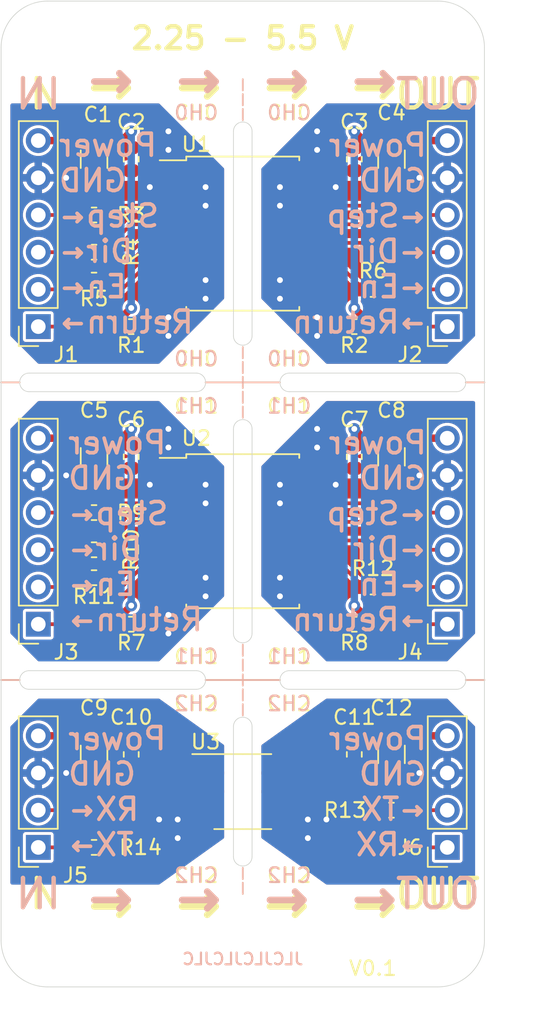
<source format=kicad_pcb>
(kicad_pcb (version 20171130) (host pcbnew "(5.1.5)-3")
  (title_block (title Isolator) (date 2020-09-23) (rev 0.1) (company SG-O) (comment 1 OSHW))
  (layers (0 F.Cu signal) (31 B.Cu signal) (34 B.Paste user) (35 F.Paste user) (36 B.SilkS user) (37 F.SilkS user) (38 B.Mask user) (39 F.Mask user) (44 Edge.Cuts user))
  (net 0 "")
  (net 1 /3.3V_0)
  (net 2 /GND_0)
  (net 3 /GND_3)
  (net 4 /3.3V_3)
  (net 5 /GND_1)
  (net 6 /3.3V_1)
  (net 7 /3.3V_4)
  (net 8 /GND_4)
  (net 9 /3.3V_2)
  (net 10 /GND_2)
  (net 11 /3.3V_5)
  (net 12 /GND_5)
  (net 13 /Ret_0)
  (net 14 /Step_0)
  (net 15 /Dir_0)
  (net 16 /En_0)
  (net 17 /Ret_2)
  (net 18 /Step_2)
  (net 19 /Dir_2)
  (net 20 /En_2)
  (net 21 /En_1)
  (net 22 /Dir_1)
  (net 23 /Step_1)
  (net 24 /Ret_1)
  (net 25 /En_3)
  (net 26 /Dir_3)
  (net 27 /Step_3)
  (net 28 /Ret_3)
  (net 29 /TX_0)
  (net 30 /RX_0)
  (net 31 /TX_1)
  (net 32 /RX_1)
  (net 33 "Net-(R1-Pad1)")
  (net 34 "Net-(R2-Pad2)")
  (net 35 "Net-(R3-Pad2)")
  (net 36 "Net-(R4-Pad2)")
  (net 37 "Net-(R5-Pad2)")
  (net 38 "Net-(R6-Pad2)")
  (net 39 "Net-(R7-Pad1)")
  (net 40 "Net-(R8-Pad2)")
  (net 41 "Net-(R9-Pad2)")
  (net 42 "Net-(R10-Pad2)")
  (net 43 "Net-(R11-Pad2)")
  (net 44 "Net-(R12-Pad2)")
  (net 45 "Net-(R13-Pad2)")
  (net 46 "Net-(R14-Pad2)")
  (module Resistor_SMD:R_0603_1608Metric (layer F.Cu) (at 146.05 71.755)
    (fp_text reference R5 (at 0 1.27) (layer F.SilkS))
    (fp_text value 0R)
    (pad 1 smd roundrect (at -0.7875 0) (size 0.875 0.95) (layers F.Cu F.Paste F.Mask) (net 14 /Step_0))
    (pad 2 smd roundrect (at 0.7875 0) (size 0.875 0.95) (layers F.Cu F.Paste F.Mask) (net 37 "Net-(R5-Pad2)"))
  )
  (module Resistor_SMD:R_1206_3216Metric (layer F.Cu) (at 146.05 63.5 270)
    (fp_text reference C1 (at -3.048 -0.254 180) (layer F.SilkS))
    (fp_text value 10u)
    (pad 1 smd roundrect (at -1.4 0 270) (size 1.25 1.75) (layers F.Cu F.Paste F.Mask) (roundrect_rratio 0.2) (net 1 /3.3V_0))
    (pad 2 smd roundrect (at 1.4 0 270) (size 1.25 1.75) (layers F.Cu F.Paste F.Mask) (roundrect_rratio 0.2) (net 2 /GND_0))
  )
  (module Capacitor_SMD:C_0603_1608Metric (layer F.Cu) (at 148.59 63.5 270)
    (fp_text reference C2 (at -2.54 0 180) (layer F.SilkS))
    (fp_text value 100n)
    (pad 2 smd roundrect (at 0.7875 0 270) (size 0.875 0.95) (layers F.Cu F.Paste F.Mask) (net 2 /GND_0))
    (pad 1 smd roundrect (at -0.7875 0 270) (size 0.875 0.95) (layers F.Cu F.Paste F.Mask) (net 1 /3.3V_0))
  )
  (module Capacitor_SMD:C_0603_1608Metric (layer F.Cu) (at 163.83 63.5 270)
    (fp_text reference C3 (at -2.54 0 180) (layer F.SilkS))
    (fp_text value 100n)
    (pad 2 smd roundrect (at 0.7875 0 270) (size 0.875 0.95) (layers F.Cu F.Paste F.Mask) (net 3 /GND_3))
    (pad 1 smd roundrect (at -0.7875 0 270) (size 0.875 0.95) (layers F.Cu F.Paste F.Mask) (net 4 /3.3V_3))
  )
  (module Resistor_SMD:R_1206_3216Metric (layer F.Cu) (at 166.37 63.5 270)
    (fp_text reference C4 (at -3.175 0 180) (layer F.SilkS))
    (fp_text value 10u)
    (pad 1 smd roundrect (at -1.4 0 270) (size 1.25 1.75) (layers F.Cu F.Paste F.Mask) (roundrect_rratio 0.2) (net 4 /3.3V_3))
    (pad 2 smd roundrect (at 1.4 0 270) (size 1.25 1.75) (layers F.Cu F.Paste F.Mask) (roundrect_rratio 0.2) (net 3 /GND_3))
  )
  (module Resistor_SMD:R_1206_3216Metric (layer F.Cu) (at 146.05 83.82 270)
    (fp_text reference C5 (at -3.175 0) (layer F.SilkS))
    (fp_text value 10u)
    (pad 2 smd roundrect (at 1.4 0 270) (size 1.25 1.75) (layers F.Cu F.Paste F.Mask) (roundrect_rratio 0.2) (net 5 /GND_1))
    (pad 1 smd roundrect (at -1.4 0 270) (size 1.25 1.75) (layers F.Cu F.Paste F.Mask) (roundrect_rratio 0.2) (net 6 /3.3V_1))
  )
  (module Capacitor_SMD:C_0603_1608Metric (layer F.Cu) (at 148.59 83.82 270)
    (fp_text reference C6 (at -2.54 0 180) (layer F.SilkS))
    (fp_text value 100n)
    (pad 1 smd roundrect (at -0.7875 0 270) (size 0.875 0.95) (layers F.Cu F.Paste F.Mask) (net 6 /3.3V_1))
    (pad 2 smd roundrect (at 0.7875 0 270) (size 0.875 0.95) (layers F.Cu F.Paste F.Mask) (net 5 /GND_1))
  )
  (module Capacitor_SMD:C_0603_1608Metric (layer F.Cu) (at 163.83 83.82 270)
    (fp_text reference C7 (at -2.54 0 180) (layer F.SilkS))
    (fp_text value 100n)
    (pad 1 smd roundrect (at -0.7875 0 270) (size 0.875 0.95) (layers F.Cu F.Paste F.Mask) (net 7 /3.3V_4))
    (pad 2 smd roundrect (at 0.7875 0 270) (size 0.875 0.95) (layers F.Cu F.Paste F.Mask) (net 8 /GND_4))
  )
  (module Resistor_SMD:R_1206_3216Metric (layer F.Cu) (at 166.37 83.82 270)
    (fp_text reference C8 (at -3.175 0 180) (layer F.SilkS))
    (fp_text value 10u)
    (pad 2 smd roundrect (at 1.4 0 270) (size 1.25 1.75) (layers F.Cu F.Paste F.Mask) (roundrect_rratio 0.2) (net 8 /GND_4))
    (pad 1 smd roundrect (at -1.4 0 270) (size 1.25 1.75) (layers F.Cu F.Paste F.Mask) (roundrect_rratio 0.2) (net 7 /3.3V_4))
  )
  (module Resistor_SMD:R_1206_3216Metric (layer F.Cu) (at 146.05 104.14 270)
    (fp_text reference C9 (at -3.175 0 180) (layer F.SilkS))
    (fp_text value 10u)
    (pad 1 smd roundrect (at -1.4 0 270) (size 1.25 1.75) (layers F.Cu F.Paste F.Mask) (roundrect_rratio 0.2) (net 9 /3.3V_2))
    (pad 2 smd roundrect (at 1.4 0 270) (size 1.25 1.75) (layers F.Cu F.Paste F.Mask) (roundrect_rratio 0.2) (net 10 /GND_2))
  )
  (module Capacitor_SMD:C_0603_1608Metric (layer F.Cu) (at 148.59 104.14 270)
    (fp_text reference C10 (at -2.54 0 180) (layer F.SilkS))
    (fp_text value 100n)
    (pad 2 smd roundrect (at 0.7875 0 270) (size 0.875 0.95) (layers F.Cu F.Paste F.Mask) (net 10 /GND_2))
    (pad 1 smd roundrect (at -0.7875 0 270) (size 0.875 0.95) (layers F.Cu F.Paste F.Mask) (net 9 /3.3V_2))
  )
  (module Capacitor_SMD:C_0603_1608Metric (layer F.Cu) (at 163.83 104.14 270)
    (fp_text reference C11 (at -2.54 0 180) (layer F.SilkS))
    (fp_text value 100n)
    (pad 1 smd roundrect (at -0.7875 0 270) (size 0.875 0.95) (layers F.Cu F.Paste F.Mask) (net 11 /3.3V_5))
    (pad 2 smd roundrect (at 0.7875 0 270) (size 0.875 0.95) (layers F.Cu F.Paste F.Mask) (net 12 /GND_5))
  )
  (module Resistor_SMD:R_1206_3216Metric (layer F.Cu) (at 166.37 104.14 270)
    (fp_text reference C12 (at -3.175 0 180) (layer F.SilkS))
    (fp_text value 10u)
    (pad 2 smd roundrect (at 1.4 0 270) (size 1.25 1.75) (layers F.Cu F.Paste F.Mask) (roundrect_rratio 0.2) (net 12 /GND_5))
    (pad 1 smd roundrect (at -1.4 0 270) (size 1.25 1.75) (layers F.Cu F.Paste F.Mask) (roundrect_rratio 0.2) (net 11 /3.3V_5))
  )
  (module Connector_PinSocket_2.54mm:PinSocket_1x06_P2.54mm_Vertical (layer F.Cu) (at 142.24 74.93 180)
    (fp_text reference J1 (at -1.905 -1.905) (layer F.SilkS))
    (fp_text value Step_0_In)
    (pad 1 thru_hole rect (at 0 0 180) (size 1.7 1.7) (drill 1) (layers *.Cu *.Mask) (net 13 /Ret_0))
    (pad 2 thru_hole oval (at 0 2.54 180) (size 1.7 1.7) (drill 1) (layers *.Cu *.Mask) (net 14 /Step_0))
    (pad 3 thru_hole oval (at 0 5.08 180) (size 1.7 1.7) (drill 1) (layers *.Cu *.Mask) (net 15 /Dir_0))
    (pad 4 thru_hole oval (at 0 7.62 180) (size 1.7 1.7) (drill 1) (layers *.Cu *.Mask) (net 16 /En_0))
    (pad 5 thru_hole oval (at 0 10.16 180) (size 1.7 1.7) (drill 1) (layers *.Cu *.Mask) (net 2 /GND_0))
    (pad 6 thru_hole oval (at 0 12.7 180) (size 1.7 1.7) (drill 1) (layers *.Cu *.Mask) (net 1 /3.3V_0))
  )
  (module Connector_PinSocket_2.54mm:PinSocket_1x06_P2.54mm_Vertical (layer F.Cu) (at 170.18 74.93 180)
    (fp_text reference J2 (at 2.54 -1.905) (layer F.SilkS))
    (fp_text value Step_0_Out)
    (pad 1 thru_hole rect (at 0 0 180) (size 1.7 1.7) (drill 1) (layers *.Cu *.Mask) (net 17 /Ret_2))
    (pad 2 thru_hole oval (at 0 2.54 180) (size 1.7 1.7) (drill 1) (layers *.Cu *.Mask) (net 18 /Step_2))
    (pad 3 thru_hole oval (at 0 5.08 180) (size 1.7 1.7) (drill 1) (layers *.Cu *.Mask) (net 19 /Dir_2))
    (pad 4 thru_hole oval (at 0 7.62 180) (size 1.7 1.7) (drill 1) (layers *.Cu *.Mask) (net 20 /En_2))
    (pad 5 thru_hole oval (at 0 10.16 180) (size 1.7 1.7) (drill 1) (layers *.Cu *.Mask) (net 3 /GND_3))
    (pad 6 thru_hole oval (at 0 12.7 180) (size 1.7 1.7) (drill 1) (layers *.Cu *.Mask) (net 4 /3.3V_3))
  )
  (module Connector_PinSocket_2.54mm:PinSocket_1x06_P2.54mm_Vertical (layer F.Cu) (at 142.24 95.25 180)
    (fp_text reference J3 (at -1.905 -1.905) (layer F.SilkS))
    (fp_text value Step_1_In)
    (pad 6 thru_hole oval (at 0 12.7 180) (size 1.7 1.7) (drill 1) (layers *.Cu *.Mask) (net 6 /3.3V_1))
    (pad 5 thru_hole oval (at 0 10.16 180) (size 1.7 1.7) (drill 1) (layers *.Cu *.Mask) (net 5 /GND_1))
    (pad 4 thru_hole oval (at 0 7.62 180) (size 1.7 1.7) (drill 1) (layers *.Cu *.Mask) (net 21 /En_1))
    (pad 3 thru_hole oval (at 0 5.08 180) (size 1.7 1.7) (drill 1) (layers *.Cu *.Mask) (net 22 /Dir_1))
    (pad 2 thru_hole oval (at 0 2.54 180) (size 1.7 1.7) (drill 1) (layers *.Cu *.Mask) (net 23 /Step_1))
    (pad 1 thru_hole rect (at 0 0 180) (size 1.7 1.7) (drill 1) (layers *.Cu *.Mask) (net 24 /Ret_1))
  )
  (module Connector_PinSocket_2.54mm:PinSocket_1x06_P2.54mm_Vertical (layer F.Cu) (at 170.18 95.25 180)
    (fp_text reference J4 (at 2.54 -1.905) (layer F.SilkS))
    (fp_text value Step_1_Out)
    (pad 6 thru_hole oval (at 0 12.7 180) (size 1.7 1.7) (drill 1) (layers *.Cu *.Mask) (net 7 /3.3V_4))
    (pad 5 thru_hole oval (at 0 10.16 180) (size 1.7 1.7) (drill 1) (layers *.Cu *.Mask) (net 8 /GND_4))
    (pad 4 thru_hole oval (at 0 7.62 180) (size 1.7 1.7) (drill 1) (layers *.Cu *.Mask) (net 25 /En_3))
    (pad 3 thru_hole oval (at 0 5.08 180) (size 1.7 1.7) (drill 1) (layers *.Cu *.Mask) (net 26 /Dir_3))
    (pad 2 thru_hole oval (at 0 2.54 180) (size 1.7 1.7) (drill 1) (layers *.Cu *.Mask) (net 27 /Step_3))
    (pad 1 thru_hole rect (at 0 0 180) (size 1.7 1.7) (drill 1) (layers *.Cu *.Mask) (net 28 /Ret_3))
  )
  (module Connector_PinSocket_2.54mm:PinSocket_1x04_P2.54mm_Vertical (layer F.Cu) (at 142.24 110.49 180)
    (fp_text reference J5 (at -2.54 -1.905) (layer F.SilkS))
    (fp_text value UART_In)
    (pad 4 thru_hole oval (at 0 7.62 180) (size 1.7 1.7) (drill 1) (layers *.Cu *.Mask) (net 9 /3.3V_2))
    (pad 3 thru_hole oval (at 0 5.08 180) (size 1.7 1.7) (drill 1) (layers *.Cu *.Mask) (net 10 /GND_2))
    (pad 2 thru_hole oval (at 0 2.54 180) (size 1.7 1.7) (drill 1) (layers *.Cu *.Mask) (net 29 /TX_0))
    (pad 1 thru_hole rect (at 0 0 180) (size 1.7 1.7) (drill 1) (layers *.Cu *.Mask) (net 30 /RX_0))
  )
  (module Connector_PinSocket_2.54mm:PinSocket_1x04_P2.54mm_Vertical (layer F.Cu) (at 170.18 110.49 180)
    (fp_text reference J6 (at 2.54 0) (layer F.SilkS))
    (fp_text value UART_Out)
    (pad 1 thru_hole rect (at 0 0 180) (size 1.7 1.7) (drill 1) (layers *.Cu *.Mask) (net 31 /TX_1))
    (pad 2 thru_hole oval (at 0 2.54 180) (size 1.7 1.7) (drill 1) (layers *.Cu *.Mask) (net 32 /RX_1))
    (pad 3 thru_hole oval (at 0 5.08 180) (size 1.7 1.7) (drill 1) (layers *.Cu *.Mask) (net 12 /GND_5))
    (pad 4 thru_hole oval (at 0 7.62 180) (size 1.7 1.7) (drill 1) (layers *.Cu *.Mask) (net 11 /3.3V_5))
  )
  (module Resistor_SMD:R_0603_1608Metric (layer F.Cu) (at 148.59 74.93 180)
    (fp_text reference R1 (at 0 -1.27) (layer F.SilkS))
    (fp_text value 4.7k)
    (pad 2 smd roundrect (at 0.7875 0 180) (size 0.875 0.95) (layers F.Cu F.Paste F.Mask) (net 1 /3.3V_0))
    (pad 1 smd roundrect (at -0.7875 0 180) (size 0.875 0.95) (layers F.Cu F.Paste F.Mask) (net 33 "Net-(R1-Pad1)"))
  )
  (module Resistor_SMD:R_0603_1608Metric (layer F.Cu) (at 163.83 74.93 180)
    (fp_text reference R2 (at 0 -1.27) (layer F.SilkS))
    (fp_text value 4.7k)
    (pad 1 smd roundrect (at -0.7875 0 180) (size 0.875 0.95) (layers F.Cu F.Paste F.Mask) (net 4 /3.3V_3))
    (pad 2 smd roundrect (at 0.7875 0 180) (size 0.875 0.95) (layers F.Cu F.Paste F.Mask) (net 34 "Net-(R2-Pad2)"))
  )
  (module Resistor_SMD:R_0603_1608Metric (layer F.Cu) (at 146.05 67.31)
    (fp_text reference R3 (at 2.54 0) (layer F.SilkS))
    (fp_text value 0R)
    (pad 2 smd roundrect (at 0.7875 0) (size 0.875 0.95) (layers F.Cu F.Paste F.Mask) (net 35 "Net-(R3-Pad2)"))
    (pad 1 smd roundrect (at -0.7875 0) (size 0.875 0.95) (layers F.Cu F.Paste F.Mask) (net 16 /En_0))
  )
  (module Resistor_SMD:R_0603_1608Metric (layer F.Cu) (at 146.05 69.85)
    (fp_text reference R4 (at 2.54 0 90) (layer F.SilkS))
    (fp_text value 0R)
    (pad 2 smd roundrect (at 0.7875 0) (size 0.875 0.95) (layers F.Cu F.Paste F.Mask) (net 36 "Net-(R4-Pad2)"))
    (pad 1 smd roundrect (at -0.7875 0) (size 0.875 0.95) (layers F.Cu F.Paste F.Mask) (net 15 /Dir_0))
  )
  (module Resistor_SMD:R_0603_1608Metric (layer F.Cu) (at 165.1 72.39 180)
    (fp_text reference R6 (at 0 1.27) (layer F.SilkS))
    (fp_text value 0R)
    (pad 1 smd roundrect (at -0.7875 0 180) (size 0.875 0.95) (layers F.Cu F.Paste F.Mask) (net 17 /Ret_2))
    (pad 2 smd roundrect (at 0.7875 0 180) (size 0.875 0.95) (layers F.Cu F.Paste F.Mask) (net 38 "Net-(R6-Pad2)"))
  )
  (module Resistor_SMD:R_0603_1608Metric (layer F.Cu) (at 148.59 95.25 180)
    (fp_text reference R7 (at 0 -1.27) (layer F.SilkS))
    (fp_text value 4.7k)
    (pad 2 smd roundrect (at 0.7875 0 180) (size 0.875 0.95) (layers F.Cu F.Paste F.Mask) (net 6 /3.3V_1))
    (pad 1 smd roundrect (at -0.7875 0 180) (size 0.875 0.95) (layers F.Cu F.Paste F.Mask) (net 39 "Net-(R7-Pad1)"))
  )
  (module Resistor_SMD:R_0603_1608Metric (layer F.Cu) (at 163.83 95.25 180)
    (fp_text reference R8 (at 0 -1.27) (layer F.SilkS))
    (fp_text value 4.7k)
    (pad 1 smd roundrect (at -0.7875 0 180) (size 0.875 0.95) (layers F.Cu F.Paste F.Mask) (net 7 /3.3V_4))
    (pad 2 smd roundrect (at 0.7875 0 180) (size 0.875 0.95) (layers F.Cu F.Paste F.Mask) (net 40 "Net-(R8-Pad2)"))
  )
  (module Resistor_SMD:R_0603_1608Metric (layer F.Cu) (at 146.05 87.63)
    (fp_text reference R9 (at 2.54 0) (layer F.SilkS))
    (fp_text value 0R)
    (pad 1 smd roundrect (at -0.7875 0) (size 0.875 0.95) (layers F.Cu F.Paste F.Mask) (net 21 /En_1))
    (pad 2 smd roundrect (at 0.7875 0) (size 0.875 0.95) (layers F.Cu F.Paste F.Mask) (net 41 "Net-(R9-Pad2)"))
  )
  (module Resistor_SMD:R_0603_1608Metric (layer F.Cu) (at 146.05 90.17)
    (fp_text reference R10 (at 2.54 0 90) (layer F.SilkS))
    (fp_text value 0R)
    (pad 2 smd roundrect (at 0.7875 0) (size 0.875 0.95) (layers F.Cu F.Paste F.Mask) (net 42 "Net-(R10-Pad2)"))
    (pad 1 smd roundrect (at -0.7875 0) (size 0.875 0.95) (layers F.Cu F.Paste F.Mask) (net 22 /Dir_1))
  )
  (module Resistor_SMD:R_0603_1608Metric (layer F.Cu) (at 146.05 92.075)
    (fp_text reference R11 (at 0 1.27) (layer F.SilkS))
    (fp_text value 0R)
    (pad 1 smd roundrect (at -0.7875 0) (size 0.875 0.95) (layers F.Cu F.Paste F.Mask) (net 23 /Step_1))
    (pad 2 smd roundrect (at 0.7875 0) (size 0.875 0.95) (layers F.Cu F.Paste F.Mask) (net 43 "Net-(R11-Pad2)"))
  )
  (module Resistor_SMD:R_0603_1608Metric (layer F.Cu) (at 165.1 92.71 180)
    (fp_text reference R12 (at 0 1.27) (layer F.SilkS))
    (fp_text value 0R)
    (pad 2 smd roundrect (at 0.7875 0 180) (size 0.875 0.95) (layers F.Cu F.Paste F.Mask) (net 44 "Net-(R12-Pad2)"))
    (pad 1 smd roundrect (at -0.7875 0 180) (size 0.875 0.95) (layers F.Cu F.Paste F.Mask) (net 28 /Ret_3))
  )
  (module Resistor_SMD:R_0603_1608Metric (layer F.Cu) (at 166.37 107.95 180)
    (fp_text reference R13 (at 3.175 0) (layer F.SilkS))
    (fp_text value 0R)
    (pad 1 smd roundrect (at -0.7875 0 180) (size 0.875 0.95) (layers F.Cu F.Paste F.Mask) (net 32 /RX_1))
    (pad 2 smd roundrect (at 0.7875 0 180) (size 0.875 0.95) (layers F.Cu F.Paste F.Mask) (net 45 "Net-(R13-Pad2)"))
  )
  (module Resistor_SMD:R_0603_1608Metric (layer F.Cu) (at 146.05 110.49)
    (fp_text reference R14 (at 3.175 0) (layer F.SilkS))
    (fp_text value 0R)
    (pad 2 smd roundrect (at 0.7875 0) (size 0.875 0.95) (layers F.Cu F.Paste F.Mask) (net 46 "Net-(R14-Pad2)"))
    (pad 1 smd roundrect (at -0.7875 0) (size 0.875 0.95) (layers F.Cu F.Paste F.Mask) (net 30 /RX_0))
  )
  (module Package_SO:SOIC-16W_7.5x10.3mm_P1.27mm (layer F.Cu) (at 156.21 68.58)
    (fp_text reference U1 (at -3.175 -6.1) (layer F.SilkS))
    (fp_text value ISO6741)
    (pad 1 smd roundrect (at -4.65 -4.445) (size 2.05 0.6) (layers F.Cu F.Paste F.Mask) (net 1 /3.3V_0))
    (pad 2 smd roundrect (at -4.65 -3.175) (size 2.05 0.6) (layers F.Cu F.Paste F.Mask) (net 2 /GND_0))
    (pad 3 smd roundrect (at -4.65 -1.905) (size 2.05 0.6) (layers F.Cu F.Paste F.Mask) (net 35 "Net-(R3-Pad2)"))
    (pad 4 smd roundrect (at -4.65 -0.635) (size 2.05 0.6) (layers F.Cu F.Paste F.Mask) (net 36 "Net-(R4-Pad2)"))
    (pad 5 smd roundrect (at -4.65 0.635) (size 2.05 0.6) (layers F.Cu F.Paste F.Mask) (net 37 "Net-(R5-Pad2)"))
    (pad 6 smd roundrect (at -4.65 1.905) (size 2.05 0.6) (layers F.Cu F.Paste F.Mask) (net 13 /Ret_0))
    (pad 7 smd roundrect (at -4.65 3.175) (size 2.05 0.6) (layers F.Cu F.Paste F.Mask) (net 33 "Net-(R1-Pad1)"))
    (pad 8 smd roundrect (at -4.65 4.445) (size 2.05 0.6) (layers F.Cu F.Paste F.Mask) (net 2 /GND_0))
    (pad 9 smd roundrect (at 4.65 4.445) (size 2.05 0.6) (layers F.Cu F.Paste F.Mask) (net 3 /GND_3))
    (pad 10 smd roundrect (at 4.65 3.175) (size 2.05 0.6) (layers F.Cu F.Paste F.Mask) (net 34 "Net-(R2-Pad2)"))
    (pad 11 smd roundrect (at 4.65 1.905) (size 2.05 0.6) (layers F.Cu F.Paste F.Mask) (net 38 "Net-(R6-Pad2)"))
    (pad 12 smd roundrect (at 4.65 0.635) (size 2.05 0.6) (layers F.Cu F.Paste F.Mask) (net 18 /Step_2))
    (pad 13 smd roundrect (at 4.65 -0.635) (size 2.05 0.6) (layers F.Cu F.Paste F.Mask) (net 19 /Dir_2))
    (pad 14 smd roundrect (at 4.65 -1.905) (size 2.05 0.6) (layers F.Cu F.Paste F.Mask) (net 20 /En_2))
    (pad 15 smd roundrect (at 4.65 -3.175) (size 2.05 0.6) (layers F.Cu F.Paste F.Mask) (net 3 /GND_3))
    (pad 16 smd roundrect (at 4.65 -4.445) (size 2.05 0.6) (layers F.Cu F.Paste F.Mask) (net 4 /3.3V_3))
  )
  (module Package_SO:SOIC-16W_7.5x10.3mm_P1.27mm (layer F.Cu) (at 156.21 88.9)
    (fp_text reference U2 (at -3.175 -6.35) (layer F.SilkS))
    (fp_text value ISO6741)
    (pad 16 smd roundrect (at 4.65 -4.445) (size 2.05 0.6) (layers F.Cu F.Paste F.Mask) (net 7 /3.3V_4))
    (pad 15 smd roundrect (at 4.65 -3.175) (size 2.05 0.6) (layers F.Cu F.Paste F.Mask) (net 8 /GND_4))
    (pad 14 smd roundrect (at 4.65 -1.905) (size 2.05 0.6) (layers F.Cu F.Paste F.Mask) (net 25 /En_3))
    (pad 13 smd roundrect (at 4.65 -0.635) (size 2.05 0.6) (layers F.Cu F.Paste F.Mask) (net 26 /Dir_3))
    (pad 12 smd roundrect (at 4.65 0.635) (size 2.05 0.6) (layers F.Cu F.Paste F.Mask) (net 27 /Step_3))
    (pad 11 smd roundrect (at 4.65 1.905) (size 2.05 0.6) (layers F.Cu F.Paste F.Mask) (net 44 "Net-(R12-Pad2)"))
    (pad 10 smd roundrect (at 4.65 3.175) (size 2.05 0.6) (layers F.Cu F.Paste F.Mask) (net 40 "Net-(R8-Pad2)"))
    (pad 9 smd roundrect (at 4.65 4.445) (size 2.05 0.6) (layers F.Cu F.Paste F.Mask) (net 8 /GND_4))
    (pad 8 smd roundrect (at -4.65 4.445) (size 2.05 0.6) (layers F.Cu F.Paste F.Mask) (net 5 /GND_1))
    (pad 7 smd roundrect (at -4.65 3.175) (size 2.05 0.6) (layers F.Cu F.Paste F.Mask) (net 39 "Net-(R7-Pad1)"))
    (pad 6 smd roundrect (at -4.65 1.905) (size 2.05 0.6) (layers F.Cu F.Paste F.Mask) (net 24 /Ret_1))
    (pad 5 smd roundrect (at -4.65 0.635) (size 2.05 0.6) (layers F.Cu F.Paste F.Mask) (net 43 "Net-(R11-Pad2)"))
    (pad 4 smd roundrect (at -4.65 -0.635) (size 2.05 0.6) (layers F.Cu F.Paste F.Mask) (net 42 "Net-(R10-Pad2)"))
    (pad 3 smd roundrect (at -4.65 -1.905) (size 2.05 0.6) (layers F.Cu F.Paste F.Mask) (net 41 "Net-(R9-Pad2)"))
    (pad 2 smd roundrect (at -4.65 -3.175) (size 2.05 0.6) (layers F.Cu F.Paste F.Mask) (net 5 /GND_1))
    (pad 1 smd roundrect (at -4.65 -4.445) (size 2.05 0.6) (layers F.Cu F.Paste F.Mask) (net 6 /3.3V_1))
  )
  (module Package_SO:SOIC-8_3.9x4.9mm_P1.27mm (layer F.Cu) (at 156.21 106.68)
    (fp_text reference U3 (at -2.54 -3.4) (layer F.SilkS))
    (fp_text value ISO6721)
    (pad 1 smd roundrect (at -2.475 -1.905) (size 1.95 0.6) (layers F.Cu F.Paste F.Mask) (net 9 /3.3V_2))
    (pad 2 smd roundrect (at -2.475 -0.635) (size 1.95 0.6) (layers F.Cu F.Paste F.Mask) (net 29 /TX_0))
    (pad 3 smd roundrect (at -2.475 0.635) (size 1.95 0.6) (layers F.Cu F.Paste F.Mask) (net 46 "Net-(R14-Pad2)"))
    (pad 4 smd roundrect (at -2.475 1.905) (size 1.95 0.6) (layers F.Cu F.Paste F.Mask) (net 10 /GND_2))
    (pad 5 smd roundrect (at 2.475 1.905) (size 1.95 0.6) (layers F.Cu F.Paste F.Mask) (net 12 /GND_5))
    (pad 6 smd roundrect (at 2.475 0.635) (size 1.95 0.6) (layers F.Cu F.Paste F.Mask) (net 31 /TX_1))
    (pad 7 smd roundrect (at 2.475 -0.635) (size 1.95 0.6) (layers F.Cu F.Paste F.Mask) (net 45 "Net-(R13-Pad2)"))
    (pad 8 smd roundrect (at 2.475 -1.905) (size 1.95 0.6) (layers F.Cu F.Paste F.Mask) (net 11 /3.3V_5))
  )
  (gr_text "2.25 - 5.5 V" (at 156.21 55.245) (layer F.SilkS) (effects (font (size 1.5 1.5) (thickness 0.3))))
  (gr_text JLCJLCJLCJLC (at 156.21 118.11) (layer B.SilkS) (effects (font (size 0.8 0.8)) (justify mirror)))
  (gr_line (start 171.45 99.06) (end 172.72 99.06) (layer B.SilkS) (width 0.12))
  (gr_line (start 158.75 99.06) (end 153.67 99.06) (layer B.SilkS) (width 0.12))
  (gr_line (start 140.97 99.06) (end 139.7 99.06) (layer B.SilkS) (width 0.12))
  (gr_line (start 171.45 78.74) (end 172.72 78.74) (layer B.SilkS) (width 0.12))
  (gr_line (start 140.97 78.74) (end 139.7 78.74) (layer B.SilkS) (width 0.12))
  (gr_line (start 153.67 78.74) (end 158.75 78.74) (layer B.SilkS) (width 0.12))
  (gr_line (start 156.21 111.887) (end 156.21 112.649) (layer B.SilkS) (width 0.12))
  (gr_line (start 156.21 112.903) (end 156.21 113.665) (layer B.SilkS) (width 0.12))
  (gr_line (start 156.21 99.441) (end 156.21 98.679) (layer B.SilkS) (width 0.12))
  (gr_line (start 156.21 97.409) (end 156.21 96.647) (layer B.SilkS) (width 0.12))
  (gr_line (start 156.21 101.473) (end 156.21 100.711) (layer B.SilkS) (width 0.12))
  (gr_line (start 156.21 98.425) (end 156.21 97.663) (layer B.SilkS) (width 0.12))
  (gr_line (start 156.21 100.457) (end 156.21 99.695) (layer B.SilkS) (width 0.12))
  (gr_line (start 156.21 78.359) (end 156.21 79.121) (layer B.SilkS) (width 0.12))
  (gr_line (start 156.21 80.391) (end 156.21 81.153) (layer B.SilkS) (width 0.12))
  (gr_line (start 156.21 76.327) (end 156.21 77.089) (layer B.SilkS) (width 0.12))
  (gr_line (start 156.21 79.375) (end 156.21 80.137) (layer B.SilkS) (width 0.12))
  (gr_line (start 156.21 77.343) (end 156.21 78.105) (layer B.SilkS) (width 0.12))
  (gr_line (start 156.21 58.039) (end 156.21 58.801) (layer B.SilkS) (width 0.12))
  (gr_line (start 156.21 60.071) (end 156.21 60.833) (layer B.SilkS) (width 0.12))
  (gr_line (start 156.21 59.055) (end 156.21 59.817) (layer B.SilkS) (width 0.12))
  (gr_line (start 156.21 111.887) (end 156.21 112.649) (layer F.SilkS) (width 0.12))
  (gr_line (start 156.21 112.903) (end 156.21 113.665) (layer F.SilkS) (width 0.12))
  (gr_line (start 156.21 60.071) (end 156.21 60.833) (layer F.SilkS) (width 0.12))
  (gr_line (start 156.21 58.039) (end 156.21 58.801) (layer F.SilkS) (width 0.12))
  (gr_line (start 156.21 59.055) (end 156.21 59.817) (layer F.SilkS) (width 0.12))
  (gr_line (start 156.21 98.679) (end 156.21 99.441) (layer F.SilkS) (width 0.12))
  (gr_line (start 156.21 100.711) (end 156.21 101.473) (layer F.SilkS) (width 0.12))
  (gr_line (start 156.21 96.647) (end 156.21 97.409) (layer F.SilkS) (width 0.12))
  (gr_line (start 156.21 99.695) (end 156.21 100.457) (layer F.SilkS) (width 0.12))
  (gr_line (start 156.21 97.663) (end 156.21 98.425) (layer F.SilkS) (width 0.12))
  (gr_line (start 156.21 80.391) (end 156.21 81.153) (layer F.SilkS) (width 0.12))
  (gr_line (start 156.21 79.375) (end 156.21 80.137) (layer F.SilkS) (width 0.12))
  (gr_line (start 156.21 77.343) (end 156.21 78.105) (layer F.SilkS) (width 0.12))
  (gr_line (start 156.21 76.327) (end 156.21 77.089) (layer F.SilkS) (width 0.12))
  (gr_line (start 156.21 78.359) (end 156.21 79.121) (layer F.SilkS) (width 0.12))
  (gr_text CH0 (at 159.385 60.325) (layer F.SilkS) (effects (font (size 1 1))))
  (gr_text CH0 (at 159.385 60.325) (layer B.SilkS) (effects (font (size 1 1)) (justify mirror)))
  (gr_text CH2 (at 159.385 112.395) (layer F.SilkS) (effects (font (size 1 1))))
  (gr_text CH2 (at 159.385 112.395) (layer B.SilkS) (effects (font (size 1 1)) (justify mirror)))
  (gr_text "CH1\n\nCH2" (at 159.385 99.06) (layer F.SilkS) (effects (font (size 1 1))))
  (gr_text "CH1\n\nCH2" (at 159.385 99.06) (layer B.SilkS) (effects (font (size 1 1)) (justify mirror)))
  (gr_text "CH0\n\nCH1" (at 159.385 78.74) (layer B.SilkS) (effects (font (size 1 1)) (justify mirror)))
  (gr_text "CH0\n\nCH1" (at 159.385 78.74) (layer F.SilkS) (effects (font (size 1 1))))
  (gr_line (start 171.45 78.74) (end 172.72 78.74) (layer F.SilkS) (width 0.12))
  (gr_line (start 140.97 78.74) (end 139.7 78.74) (layer F.SilkS) (width 0.12))
  (gr_line (start 153.67 78.74) (end 158.75 78.74) (layer F.SilkS) (width 0.12))
  (gr_line (start 158.75 99.06) (end 153.67 99.06) (layer F.SilkS) (width 0.12))
  (gr_line (start 171.45 99.06) (end 172.72 99.06) (layer F.SilkS) (width 0.12))
  (gr_line (start 140.97 99.06) (end 139.7 99.06) (layer F.SilkS) (width 0.12))
  (gr_text CH2 (at 153.035 112.395) (layer B.SilkS) (effects (font (size 1 1)) (justify mirror)))
  (gr_text "CH1\n\nCH2" (at 153.035 99.06) (layer B.SilkS) (effects (font (size 1 1)) (justify mirror)))
  (gr_text "CH0\n\nCH1" (at 153.035 78.74) (layer B.SilkS) (effects (font (size 1 1)) (justify mirror)))
  (gr_text CH0 (at 153.035 60.325) (layer B.SilkS) (effects (font (size 1 1)) (justify mirror)))
  (gr_text CH0 (at 153.035 60.325) (layer F.SilkS) (effects (font (size 1 1))))
  (gr_text CH2 (at 153.035 112.395) (layer F.SilkS) (effects (font (size 1 1))))
  (gr_text "CH1\n\nCH2" (at 153.035 99.06) (layer F.SilkS) (effects (font (size 1 1))))
  (gr_text "CH0\n\nCH1" (at 153.035 78.74) (layer F.SilkS) (effects (font (size 1 1))))
  (gr_text V0.1 (at 165.1 118.745) (layer F.SilkS) (effects (font (size 1 1))))
  (gr_text OUT (at 169.545 59.055) (layer F.SilkS) (effects (font (size 2 2) (thickness 0.3))))
  (gr_text OUT (at 169.545 113.665) (layer F.SilkS) (effects (font (size 2 2) (thickness 0.3))))
  (gr_text OUT (at 169.545 59.055) (layer B.SilkS) (effects (font (size 2 2) (thickness 0.3)) (justify mirror)))
  (gr_text OUT (at 169.545 113.665) (layer B.SilkS) (effects (font (size 2 2) (thickness 0.3)) (justify mirror)))
  (gr_text IN (at 142.24 113.665) (layer B.SilkS) (effects (font (size 2 2) (thickness 0.3)) (justify mirror)))
  (gr_text IN (at 142.24 113.665) (layer F.SilkS) (effects (font (size 2 2) (thickness 0.3))))
  (gr_text IN (at 142.24 59.055) (layer F.SilkS) (effects (font (size 2 2) (thickness 0.3))))
  (gr_text IN (at 142.24 59.055) (layer B.SilkS) (effects (font (size 2 2) (thickness 0.3)) (justify mirror)))
  (gr_text "Power\nGND\n←TX\n→RX" (at 168.91 106.68) (layer B.SilkS) (effects (font (size 1.5 1.5) (thickness 0.25)) (justify left mirror)))
  (gr_text "Power\nGND\nRX←\nTX→" (at 144.145 106.68) (layer B.SilkS) (effects (font (size 1.5 1.5) (thickness 0.25)) (justify right mirror)))
  (gr_text "Power\nGND\nStep←\nDir←\nEn←\nReturn→" (at 144.145 88.9) (layer B.SilkS) (effects (font (size 1.5 1.5) (thickness 0.25)) (justify right mirror)))
  (gr_text "Power\nGND\n←Step\n←Dir\n←En\n→Return" (at 168.91 88.9) (layer B.SilkS) (effects (font (size 1.5 1.5) (thickness 0.25)) (justify left mirror)))
  (gr_text "Power\nGND\n←Step\n←Dir\n←En\n→Return" (at 168.91 68.58) (layer B.SilkS) (effects (font (size 1.5 1.5) (thickness 0.25)) (justify left mirror)))
  (gr_text "Power\nGND\nStep←\nDir←\nEn←\nReturn→" (at 143.51 68.58) (layer B.SilkS) (effects (font (size 1.5 1.5) (thickness 0.25)) (justify right mirror)))
  (gr_text "→ → → →" (at 156.21 114.3 180) (layer B.SilkS) (effects (font (size 3 3) (thickness 0.45)) (justify mirror)))
  (gr_text "→ → → →" (at 156.21 58.42 180) (layer B.SilkS) (effects (font (size 3 3) (thickness 0.45)) (justify mirror)))
  (gr_text "→ → → →" (at 156.21 114.3) (layer F.SilkS) (effects (font (size 3 3) (thickness 0.45))))
  (gr_text "→ → → →" (at 156.21 58.42) (layer F.SilkS) (effects (font (size 3 3) (thickness 0.45))))
  (gr_arc (start 142.875 55.88) (end 142.875 52.705) (angle -90) (layer Edge.Cuts) (width 0.05))
  (gr_arc (start 169.545 55.88) (end 172.72 55.88) (angle -90) (layer Edge.Cuts) (width 0.05))
  (gr_arc (start 169.545 116.84) (end 169.545 120.015) (angle -90) (layer Edge.Cuts) (width 0.05))
  (gr_arc (start 142.875 116.84) (end 139.7 116.84) (angle -90) (layer Edge.Cuts) (width 0.05))
  (gr_arc (start 170.815 78.74) (end 170.815 79.375) (angle -180) (layer Edge.Cuts) (width 0.05))
  (gr_line (start 153.035 79.375) (end 141.605 79.375) (layer Edge.Cuts) (width 0.05))
  (gr_arc (start 141.605 78.74) (end 141.605 78.105) (angle -180) (layer Edge.Cuts) (width 0.05))
  (gr_arc (start 153.035 78.74) (end 153.035 79.375) (angle -180) (layer Edge.Cuts) (width 0.05))
  (gr_arc (start 159.385 78.74) (end 159.385 78.105) (angle -180) (layer Edge.Cuts) (width 0.05))
  (gr_line (start 170.815 79.375) (end 159.385 79.375) (layer Edge.Cuts) (width 0.05))
  (gr_line (start 159.385 78.105) (end 170.815 78.105) (layer Edge.Cuts) (width 0.05))
  (gr_line (start 141.605 78.105) (end 153.035 78.105) (layer Edge.Cuts) (width 0.05))
  (gr_arc (start 141.605 99.06) (end 141.605 98.425) (angle -180) (layer Edge.Cuts) (width 0.05))
  (gr_arc (start 153.035 99.06) (end 153.035 99.695) (angle -180) (layer Edge.Cuts) (width 0.05))
  (gr_arc (start 159.385 99.06) (end 159.385 98.425) (angle -180) (layer Edge.Cuts) (width 0.05))
  (gr_arc (start 170.815 99.06) (end 170.815 99.695) (angle -180) (layer Edge.Cuts) (width 0.05))
  (gr_line (start 170.815 99.695) (end 159.385 99.695) (layer Edge.Cuts) (width 0.05))
  (gr_line (start 159.385 98.425) (end 170.815 98.425) (layer Edge.Cuts) (width 0.05))
  (gr_line (start 153.035 99.695) (end 141.605 99.695) (layer Edge.Cuts) (width 0.05))
  (gr_line (start 141.605 98.425) (end 153.035 98.425) (layer Edge.Cuts) (width 0.05))
  (gr_arc (start 156.21 61.595) (end 156.845 61.595) (angle -180) (layer Edge.Cuts) (width 0.05))
  (gr_arc (start 156.21 75.565) (end 155.575 75.565) (angle -180) (layer Edge.Cuts) (width 0.05))
  (gr_arc (start 156.21 81.915) (end 156.845 81.915) (angle -180) (layer Edge.Cuts) (width 0.05))
  (gr_arc (start 156.21 95.885) (end 155.575 95.885) (angle -180) (layer Edge.Cuts) (width 0.05))
  (gr_arc (start 156.21 102.235) (end 156.845 102.235) (angle -180) (layer Edge.Cuts) (width 0.05))
  (gr_arc (start 156.21 111.125) (end 155.575 111.125) (angle -180) (layer Edge.Cuts) (width 0.05))
  (gr_line (start 156.845 102.235) (end 156.845 111.125) (layer Edge.Cuts) (width 0.05))
  (gr_line (start 155.575 102.235) (end 155.575 111.125) (layer Edge.Cuts) (width 0.05))
  (gr_line (start 156.845 81.915) (end 156.845 95.885) (layer Edge.Cuts) (width 0.05))
  (gr_line (start 155.575 81.915) (end 155.575 95.885) (layer Edge.Cuts) (width 0.05))
  (gr_line (start 156.845 75.565) (end 156.845 61.595) (layer Edge.Cuts) (width 0.05))
  (gr_line (start 155.575 61.595) (end 155.575 75.565) (layer Edge.Cuts) (width 0.05))
  (gr_line (start 139.7 116.84) (end 139.7 55.88) (layer Edge.Cuts) (width 0.05))
  (gr_line (start 169.545 120.015) (end 142.875 120.015) (layer Edge.Cuts) (width 0.05))
  (gr_line (start 172.72 55.88) (end 172.72 116.84) (layer Edge.Cuts) (width 0.05))
  (gr_line (start 142.875 52.705) (end 169.545 52.705) (layer Edge.Cuts) (width 0.05))
  (segment (start 145.92 62.23) (end 146.05 62.1) (width 0.508) (layer F.Cu) (net 1))
  (segment (start 142.24 62.23) (end 145.92 62.23) (width 0.508) (layer F.Cu) (net 1))
  (segment (start 147.9775 62.1) (end 148.59 62.7125) (width 0.508) (layer F.Cu) (net 1))
  (segment (start 146.05 62.1) (end 147.9775 62.1) (width 0.508) (layer F.Cu) (net 1))
  (segment (start 148.59 62.7125) (end 149.0725 62.7125) (width 0.508) (layer F.Cu) (net 1))
  (segment (start 150.495 64.135) (end 151.56 64.135) (width 0.508) (layer F.Cu) (net 1))
  (segment (start 149.0725 62.7125) (end 150.495 64.135) (width 0.508) (layer F.Cu) (net 1))
  (via (at 148.59 61.595) (size 0.8) (drill 0.4) (layers F.Cu B.Cu) (net 1))
  (segment (start 147.9775 62.1) (end 148.085 62.1) (width 0.508) (layer F.Cu) (net 1))
  (segment (start 148.085 62.1) (end 148.59 61.595) (width 0.508) (layer F.Cu) (net 1))
  (via (at 148.59 73.66) (size 0.8) (drill 0.4) (layers F.Cu B.Cu) (net 1))
  (segment (start 148.59 61.595) (end 148.59 73.66) (width 0.508) (layer B.Cu) (net 1))
  (segment (start 147.8025 74.4475) (end 147.8025 74.93) (width 0.508) (layer F.Cu) (net 1))
  (segment (start 148.59 73.66) (end 147.8025 74.4475) (width 0.508) (layer F.Cu) (net 1))
  (via (at 153.67 73.025) (size 0.8) (drill 0.4) (layers F.Cu B.Cu) (net 2))
  (via (at 153.67 65.405) (size 0.8) (drill 0.4) (layers F.Cu B.Cu) (net 2))
  (via (at 153.67 71.755) (size 0.8) (drill 0.4) (layers F.Cu B.Cu) (net 2))
  (via (at 153.67 66.675) (size 0.8) (drill 0.4) (layers F.Cu B.Cu) (net 2))
  (via (at 149.86 65.405) (size 0.8) (drill 0.4) (layers F.Cu B.Cu) (net 2))
  (via (at 151.13 62.865) (size 0.8) (drill 0.4) (layers F.Cu B.Cu) (net 2))
  (via (at 151.13 61.595) (size 0.8) (drill 0.4) (layers F.Cu B.Cu) (net 2))
  (via (at 151.13 74.295) (size 0.8) (drill 0.4) (layers F.Cu B.Cu) (net 2))
  (via (at 151.13 75.565) (size 0.8) (drill 0.4) (layers F.Cu B.Cu) (net 2))
  (via (at 144.145 64.77) (size 0.8) (drill 0.4) (layers F.Cu B.Cu) (net 2))
  (via (at 158.75 73.025) (size 0.8) (drill 0.4) (layers F.Cu B.Cu) (net 3))
  (via (at 158.75 65.405) (size 0.8) (drill 0.4) (layers F.Cu B.Cu) (net 3))
  (via (at 158.75 66.675) (size 0.8) (drill 0.4) (layers F.Cu B.Cu) (net 3))
  (via (at 158.75 71.755) (size 0.8) (drill 0.4) (layers F.Cu B.Cu) (net 3))
  (via (at 162.56 65.405) (size 0.8) (drill 0.4) (layers F.Cu B.Cu) (net 3))
  (via (at 161.29 62.865) (size 0.8) (drill 0.4) (layers F.Cu B.Cu) (net 3))
  (via (at 161.29 61.595) (size 0.8) (drill 0.4) (layers F.Cu B.Cu) (net 3))
  (via (at 161.29 74.295) (size 0.8) (drill 0.4) (layers F.Cu B.Cu) (net 3))
  (via (at 161.29 75.565) (size 0.8) (drill 0.4) (layers F.Cu B.Cu) (net 3))
  (via (at 168.275 64.77) (size 0.8) (drill 0.4) (layers F.Cu B.Cu) (net 3))
  (segment (start 166.5 62.23) (end 166.37 62.1) (width 0.508) (layer F.Cu) (net 4))
  (segment (start 170.18 62.23) (end 166.5 62.23) (width 0.508) (layer F.Cu) (net 4))
  (segment (start 164.4425 62.1) (end 163.83 62.7125) (width 0.508) (layer F.Cu) (net 4))
  (segment (start 166.37 62.1) (end 164.4425 62.1) (width 0.508) (layer F.Cu) (net 4))
  (segment (start 163.83 62.7125) (end 163.3475 62.7125) (width 0.508) (layer F.Cu) (net 4))
  (segment (start 161.925 64.135) (end 160.86 64.135) (width 0.508) (layer F.Cu) (net 4))
  (segment (start 163.3475 62.7125) (end 161.925 64.135) (width 0.508) (layer F.Cu) (net 4))
  (segment (start 164.4425 62.1) (end 164.335 62.1) (width 0.508) (layer F.Cu) (net 4))
  (via (at 163.83 61.595) (size 0.8) (drill 0.4) (layers F.Cu B.Cu) (net 4))
  (segment (start 164.335 62.1) (end 163.83 61.595) (width 0.508) (layer F.Cu) (net 4))
  (via (at 163.83 73.66) (size 0.8) (drill 0.4) (layers F.Cu B.Cu) (net 4))
  (segment (start 163.83 61.595) (end 163.83 73.66) (width 0.508) (layer B.Cu) (net 4))
  (segment (start 164.465 74.7775) (end 164.6175 74.93) (width 0.508) (layer F.Cu) (net 4))
  (segment (start 163.83 73.66) (end 164.465 74.295) (width 0.508) (layer F.Cu) (net 4))
  (segment (start 164.465 74.295) (end 164.465 74.7775) (width 0.508) (layer F.Cu) (net 4))
  (via (at 153.67 85.725) (size 0.8) (drill 0.4) (layers F.Cu B.Cu) (net 5))
  (via (at 153.67 93.345) (size 0.8) (drill 0.4) (layers F.Cu B.Cu) (net 5))
  (via (at 153.67 92.075) (size 0.8) (drill 0.4) (layers F.Cu B.Cu) (net 5))
  (via (at 153.67 86.995) (size 0.8) (drill 0.4) (layers F.Cu B.Cu) (net 5))
  (via (at 151.13 94.615) (size 0.8) (drill 0.4) (layers F.Cu B.Cu) (net 5))
  (via (at 151.13 95.885) (size 0.8) (drill 0.4) (layers F.Cu B.Cu) (net 5))
  (via (at 151.13 83.185) (size 0.8) (drill 0.4) (layers F.Cu B.Cu) (net 5))
  (via (at 151.13 81.915) (size 0.8) (drill 0.4) (layers F.Cu B.Cu) (net 5))
  (via (at 149.86 85.725) (size 0.8) (drill 0.4) (layers F.Cu B.Cu) (net 5))
  (via (at 144.145 85.09) (size 0.8) (drill 0.4) (layers F.Cu B.Cu) (net 5))
  (segment (start 145.92 82.55) (end 146.05 82.42) (width 0.508) (layer F.Cu) (net 6))
  (segment (start 142.24 82.55) (end 145.92 82.55) (width 0.508) (layer F.Cu) (net 6))
  (segment (start 147.9775 82.42) (end 148.59 83.0325) (width 0.508) (layer F.Cu) (net 6))
  (segment (start 146.05 82.42) (end 147.9775 82.42) (width 0.508) (layer F.Cu) (net 6))
  (segment (start 149.065 83.0325) (end 150.4875 84.455) (width 0.508) (layer F.Cu) (net 6))
  (segment (start 148.59 83.0325) (end 149.065 83.0325) (width 0.508) (layer F.Cu) (net 6))
  (segment (start 150.4875 84.455) (end 151.56 84.455) (width 0.508) (layer F.Cu) (net 6))
  (via (at 148.59 81.915) (size 0.8) (drill 0.4) (layers F.Cu B.Cu) (net 6))
  (segment (start 147.9775 82.42) (end 148.085 82.42) (width 0.508) (layer F.Cu) (net 6))
  (segment (start 148.085 82.42) (end 148.59 81.915) (width 0.508) (layer F.Cu) (net 6))
  (via (at 148.59 93.98) (size 0.8) (drill 0.4) (layers F.Cu B.Cu) (net 6))
  (segment (start 148.59 81.915) (end 148.59 93.98) (width 0.508) (layer B.Cu) (net 6))
  (segment (start 147.955 95.0975) (end 147.8025 95.25) (width 0.508) (layer F.Cu) (net 6))
  (segment (start 148.59 93.98) (end 147.955 94.615) (width 0.508) (layer F.Cu) (net 6))
  (segment (start 147.955 94.615) (end 147.955 95.0975) (width 0.508) (layer F.Cu) (net 6))
  (segment (start 166.5 82.55) (end 166.37 82.42) (width 0.508) (layer F.Cu) (net 7))
  (segment (start 170.18 82.55) (end 166.5 82.55) (width 0.508) (layer F.Cu) (net 7))
  (segment (start 164.4425 82.42) (end 163.83 83.0325) (width 0.508) (layer F.Cu) (net 7))
  (segment (start 166.37 82.42) (end 164.4425 82.42) (width 0.508) (layer F.Cu) (net 7))
  (segment (start 163.355 83.0325) (end 161.9325 84.455) (width 0.508) (layer F.Cu) (net 7))
  (segment (start 163.83 83.0325) (end 163.355 83.0325) (width 0.508) (layer F.Cu) (net 7))
  (segment (start 161.9325 84.455) (end 160.86 84.455) (width 0.508) (layer F.Cu) (net 7))
  (via (at 163.83 81.915) (size 0.8) (drill 0.4) (layers F.Cu B.Cu) (net 7))
  (segment (start 164.4425 82.42) (end 164.335 82.42) (width 0.508) (layer F.Cu) (net 7))
  (segment (start 164.335 82.42) (end 163.83 81.915) (width 0.508) (layer F.Cu) (net 7))
  (via (at 163.83 93.98) (size 0.8) (drill 0.4) (layers F.Cu B.Cu) (net 7))
  (segment (start 163.83 81.915) (end 163.83 93.98) (width 0.508) (layer B.Cu) (net 7))
  (segment (start 164.465 95.0975) (end 164.6175 95.25) (width 0.508) (layer F.Cu) (net 7))
  (segment (start 163.83 93.98) (end 164.465 94.615) (width 0.508) (layer F.Cu) (net 7))
  (segment (start 164.465 94.615) (end 164.465 95.0975) (width 0.508) (layer F.Cu) (net 7))
  (via (at 158.75 93.345) (size 0.8) (drill 0.4) (layers F.Cu B.Cu) (net 8))
  (via (at 158.75 85.725) (size 0.8) (drill 0.4) (layers F.Cu B.Cu) (net 8))
  (via (at 158.75 86.995) (size 0.8) (drill 0.4) (layers F.Cu B.Cu) (net 8))
  (via (at 158.75 92.075) (size 0.8) (drill 0.4) (layers F.Cu B.Cu) (net 8))
  (via (at 162.56 85.725) (size 0.8) (drill 0.4) (layers F.Cu B.Cu) (net 8))
  (via (at 161.29 83.185) (size 0.8) (drill 0.4) (layers F.Cu B.Cu) (net 8))
  (via (at 161.29 81.915) (size 0.8) (drill 0.4) (layers F.Cu B.Cu) (net 8))
  (via (at 168.275 85.09) (size 0.8) (drill 0.4) (layers F.Cu B.Cu) (net 8))
  (segment (start 145.92 102.87) (end 146.05 102.74) (width 0.508) (layer F.Cu) (net 9))
  (segment (start 142.24 102.87) (end 145.92 102.87) (width 0.508) (layer F.Cu) (net 9))
  (segment (start 147.9775 102.74) (end 148.59 103.3525) (width 0.508) (layer F.Cu) (net 9))
  (segment (start 146.05 102.74) (end 147.9775 102.74) (width 0.508) (layer F.Cu) (net 9))
  (segment (start 148.59 103.3525) (end 150.3425 103.3525) (width 0.508) (layer F.Cu) (net 9))
  (segment (start 151.765 104.775) (end 153.735 104.775) (width 0.508) (layer F.Cu) (net 9))
  (segment (start 150.3425 103.3525) (end 151.765 104.775) (width 0.508) (layer F.Cu) (net 9))
  (via (at 151.765 108.585) (size 0.8) (drill 0.4) (layers F.Cu B.Cu) (net 10))
  (via (at 150.495 108.585) (size 0.8) (drill 0.4) (layers F.Cu B.Cu) (net 10))
  (via (at 151.765 109.855) (size 0.8) (drill 0.4) (layers F.Cu B.Cu) (net 10))
  (via (at 144.145 105.41) (size 0.8) (drill 0.4) (layers F.Cu B.Cu) (net 10))
  (segment (start 166.5 102.87) (end 166.37 102.74) (width 0.508) (layer F.Cu) (net 11))
  (segment (start 170.18 102.87) (end 166.5 102.87) (width 0.508) (layer F.Cu) (net 11))
  (segment (start 164.4425 102.74) (end 163.83 103.3525) (width 0.508) (layer F.Cu) (net 11))
  (segment (start 166.37 102.74) (end 164.4425 102.74) (width 0.508) (layer F.Cu) (net 11))
  (segment (start 163.83 103.3525) (end 162.0775 103.3525) (width 0.508) (layer F.Cu) (net 11))
  (segment (start 160.655 104.775) (end 158.685 104.775) (width 0.508) (layer F.Cu) (net 11))
  (segment (start 162.0775 103.3525) (end 160.655 104.775) (width 0.508) (layer F.Cu) (net 11))
  (via (at 160.655 108.585) (size 0.8) (drill 0.4) (layers F.Cu B.Cu) (net 12))
  (via (at 161.925 108.585) (size 0.8) (drill 0.4) (layers F.Cu B.Cu) (net 12))
  (via (at 160.655 109.855) (size 0.8) (drill 0.4) (layers F.Cu B.Cu) (net 12))
  (via (at 168.275 105.41) (size 0.8) (drill 0.4) (layers F.Cu B.Cu) (net 12))
  (segment (start 149.86 70.485) (end 151.56 70.485) (width 0.254) (layer F.Cu) (net 13))
  (segment (start 142.24 74.93) (end 145.415 74.93) (width 0.254) (layer F.Cu) (net 13))
  (segment (start 145.415 74.93) (end 149.86 70.485) (width 0.254) (layer F.Cu) (net 13))
  (segment (start 144.6275 72.39) (end 145.2625 71.755) (width 0.254) (layer F.Cu) (net 14))
  (segment (start 142.24 72.39) (end 144.6275 72.39) (width 0.254) (layer F.Cu) (net 14))
  (segment (start 142.24 69.85) (end 145.2625 69.85) (width 0.254) (layer F.Cu) (net 15))
  (segment (start 142.24 67.31) (end 145.2625 67.31) (width 0.254) (layer F.Cu) (net 16))
  (segment (start 168.275 74.93) (end 170.18 74.93) (width 0.254) (layer F.Cu) (net 17))
  (segment (start 165.8875 72.39) (end 165.8875 72.5425) (width 0.254) (layer F.Cu) (net 17))
  (segment (start 165.8875 72.5425) (end 168.275 74.93) (width 0.254) (layer F.Cu) (net 17))
  (segment (start 168.91 72.39) (end 170.18 72.39) (width 0.254) (layer F.Cu) (net 18))
  (segment (start 160.86 69.215) (end 165.735 69.215) (width 0.254) (layer F.Cu) (net 18))
  (segment (start 165.735 69.215) (end 168.91 72.39) (width 0.254) (layer F.Cu) (net 18))
  (segment (start 160.86 67.945) (end 167.005 67.945) (width 0.254) (layer F.Cu) (net 19))
  (segment (start 168.91 69.85) (end 170.18 69.85) (width 0.254) (layer F.Cu) (net 19))
  (segment (start 167.005 67.945) (end 168.91 69.85) (width 0.254) (layer F.Cu) (net 19))
  (segment (start 168.91 67.31) (end 170.18 67.31) (width 0.254) (layer F.Cu) (net 20))
  (segment (start 160.86 66.675) (end 168.275 66.675) (width 0.254) (layer F.Cu) (net 20))
  (segment (start 168.275 66.675) (end 168.91 67.31) (width 0.254) (layer F.Cu) (net 20))
  (segment (start 143.442081 87.63) (end 145.2625 87.63) (width 0.254) (layer F.Cu) (net 21))
  (segment (start 142.24 87.63) (end 143.442081 87.63) (width 0.254) (layer F.Cu) (net 21))
  (segment (start 142.24 90.17) (end 145.2625 90.17) (width 0.254) (layer F.Cu) (net 22))
  (segment (start 144.6275 92.71) (end 145.2625 92.075) (width 0.254) (layer F.Cu) (net 23))
  (segment (start 142.24 92.71) (end 144.6275 92.71) (width 0.254) (layer F.Cu) (net 23))
  (segment (start 151.56 90.805) (end 149.86 90.805) (width 0.254) (layer F.Cu) (net 24))
  (segment (start 145.415 95.25) (end 142.24 95.25) (width 0.254) (layer F.Cu) (net 24))
  (segment (start 149.86 90.805) (end 145.415 95.25) (width 0.254) (layer F.Cu) (net 24))
  (segment (start 160.86 86.995) (end 168.275 86.995) (width 0.254) (layer F.Cu) (net 25))
  (segment (start 168.91 87.63) (end 170.18 87.63) (width 0.254) (layer F.Cu) (net 25))
  (segment (start 168.275 86.995) (end 168.91 87.63) (width 0.254) (layer F.Cu) (net 25))
  (segment (start 168.91 90.17) (end 170.18 90.17) (width 0.254) (layer F.Cu) (net 26))
  (segment (start 160.86 88.265) (end 167.005 88.265) (width 0.254) (layer F.Cu) (net 26))
  (segment (start 167.005 88.265) (end 168.91 90.17) (width 0.254) (layer F.Cu) (net 26))
  (segment (start 168.91 92.71) (end 170.18 92.71) (width 0.254) (layer F.Cu) (net 27))
  (segment (start 160.86 89.535) (end 165.735 89.535) (width 0.254) (layer F.Cu) (net 27))
  (segment (start 165.735 89.535) (end 168.91 92.71) (width 0.254) (layer F.Cu) (net 27))
  (segment (start 168.275 95.25) (end 170.18 95.25) (width 0.254) (layer F.Cu) (net 28))
  (segment (start 165.8875 92.71) (end 165.8875 92.8625) (width 0.254) (layer F.Cu) (net 28))
  (segment (start 165.8875 92.8625) (end 168.275 95.25) (width 0.254) (layer F.Cu) (net 28))
  (segment (start 153.735 106.045) (end 149.225 106.045) (width 0.254) (layer F.Cu) (net 29))
  (segment (start 147.32 107.95) (end 142.24 107.95) (width 0.254) (layer F.Cu) (net 29))
  (segment (start 149.225 106.045) (end 147.32 107.95) (width 0.254) (layer F.Cu) (net 29))
  (segment (start 143.344 110.49) (end 145.2625 110.49) (width 0.254) (layer F.Cu) (net 30))
  (segment (start 142.24 110.49) (end 143.344 110.49) (width 0.254) (layer F.Cu) (net 30))
  (segment (start 170.18 110.49) (end 165.735 110.49) (width 0.254) (layer F.Cu) (net 31))
  (segment (start 162.56 107.315) (end 158.685 107.315) (width 0.254) (layer F.Cu) (net 31))
  (segment (start 165.735 110.49) (end 162.56 107.315) (width 0.254) (layer F.Cu) (net 31))
  (segment (start 167.1575 107.95) (end 170.18 107.95) (width 0.254) (layer F.Cu) (net 32))
  (segment (start 149.86 74.4475) (end 149.3775 74.93) (width 0.254) (layer F.Cu) (net 33))
  (segment (start 149.86 72.43) (end 149.86 74.4475) (width 0.254) (layer F.Cu) (net 33))
  (segment (start 151.56 71.755) (end 150.535 71.755) (width 0.254) (layer F.Cu) (net 33))
  (segment (start 150.535 71.755) (end 149.86 72.43) (width 0.254) (layer F.Cu) (net 33))
  (segment (start 162.56 74.4475) (end 163.0425 74.93) (width 0.254) (layer F.Cu) (net 34))
  (segment (start 162.56 72.43) (end 162.56 74.4475) (width 0.254) (layer F.Cu) (net 34))
  (segment (start 160.86 71.755) (end 161.885 71.755) (width 0.254) (layer F.Cu) (net 34))
  (segment (start 161.885 71.755) (end 162.56 72.43) (width 0.254) (layer F.Cu) (net 34))
  (segment (start 147.4725 66.675) (end 146.8375 67.31) (width 0.254) (layer F.Cu) (net 35))
  (segment (start 151.56 66.675) (end 147.4725 66.675) (width 0.254) (layer F.Cu) (net 35))
  (segment (start 151.56 67.945) (end 148.59 67.945) (width 0.254) (layer F.Cu) (net 36))
  (segment (start 146.8375 69.6975) (end 146.8375 69.85) (width 0.254) (layer F.Cu) (net 36))
  (segment (start 148.59 67.945) (end 146.8375 69.6975) (width 0.254) (layer F.Cu) (net 36))
  (segment (start 146.8375 71.58) (end 146.8375 71.755) (width 0.254) (layer F.Cu) (net 37))
  (segment (start 151.56 69.215) (end 149.2025 69.215) (width 0.254) (layer F.Cu) (net 37))
  (segment (start 149.2025 69.215) (end 146.8375 71.58) (width 0.254) (layer F.Cu) (net 37))
  (segment (start 164.3125 72.2375) (end 164.3125 72.39) (width 0.254) (layer F.Cu) (net 38))
  (segment (start 160.86 70.485) (end 162.56 70.485) (width 0.254) (layer F.Cu) (net 38))
  (segment (start 162.56 70.485) (end 164.3125 72.2375) (width 0.254) (layer F.Cu) (net 38))
  (segment (start 149.86 94.7675) (end 149.3775 95.25) (width 0.254) (layer F.Cu) (net 39))
  (segment (start 149.86 92.71) (end 149.86 94.7675) (width 0.254) (layer F.Cu) (net 39))
  (segment (start 151.56 92.075) (end 150.495 92.075) (width 0.254) (layer F.Cu) (net 39))
  (segment (start 150.495 92.075) (end 149.86 92.71) (width 0.254) (layer F.Cu) (net 39))
  (segment (start 162.56 94.7675) (end 163.0425 95.25) (width 0.254) (layer F.Cu) (net 40))
  (segment (start 162.56 92.71) (end 162.56 94.7675) (width 0.254) (layer F.Cu) (net 40))
  (segment (start 160.86 92.075) (end 161.925 92.075) (width 0.254) (layer F.Cu) (net 40))
  (segment (start 161.925 92.075) (end 162.56 92.71) (width 0.254) (layer F.Cu) (net 40))
  (segment (start 146.8375 87.4775) (end 146.8375 87.63) (width 0.254) (layer F.Cu) (net 41))
  (segment (start 151.56 86.995) (end 147.32 86.995) (width 0.254) (layer F.Cu) (net 41))
  (segment (start 147.32 86.995) (end 146.8375 87.4775) (width 0.254) (layer F.Cu) (net 41))
  (segment (start 146.8375 90.0175) (end 146.8375 90.17) (width 0.254) (layer F.Cu) (net 42))
  (segment (start 151.56 88.265) (end 148.59 88.265) (width 0.254) (layer F.Cu) (net 42))
  (segment (start 148.59 88.265) (end 146.8375 90.0175) (width 0.254) (layer F.Cu) (net 42))
  (segment (start 146.8375 91.9225) (end 146.8375 92.075) (width 0.254) (layer F.Cu) (net 43))
  (segment (start 151.56 89.535) (end 149.225 89.535) (width 0.254) (layer F.Cu) (net 43))
  (segment (start 149.225 89.535) (end 146.8375 91.9225) (width 0.254) (layer F.Cu) (net 43))
  (segment (start 164.3125 92.5575) (end 164.3125 92.71) (width 0.254) (layer F.Cu) (net 44))
  (segment (start 160.86 90.805) (end 162.56 90.805) (width 0.254) (layer F.Cu) (net 44))
  (segment (start 162.56 90.805) (end 164.3125 92.5575) (width 0.254) (layer F.Cu) (net 44))
  (segment (start 165.5825 107.7975) (end 165.5825 107.95) (width 0.254) (layer F.Cu) (net 45))
  (segment (start 158.685 106.045) (end 163.83 106.045) (width 0.254) (layer F.Cu) (net 45))
  (segment (start 163.83 106.045) (end 165.5825 107.7975) (width 0.254) (layer F.Cu) (net 45))
  (segment (start 146.8375 110.49) (end 146.8375 110.3375) (width 0.254) (layer F.Cu) (net 46))
  (segment (start 152.76 107.315) (end 153.735 107.315) (width 0.254) (layer F.Cu) (net 46))
  (segment (start 149.86 107.315) (end 152.76 107.315) (width 0.254) (layer F.Cu) (net 46))
  (segment (start 146.8375 110.3375) (end 149.86 107.315) (width 0.254) (layer F.Cu) (net 46))
  (zone (net 3) (net_name /GND_3) (layer B.Cu) (connect_pads (clearance 0.127)) (min_thickness 0.254) (fill yes (arc_segments 32) (thermal_gap 0.254) (thermal_bridge_width 0.508))
    (polygon (pts (xy 172.085 75.565) (xy 170.18 77.47) (xy 161.925 77.47) (xy 157.48 73.025) (xy 157.48 64.135) (xy 161.925 59.69) (xy 172.085 59.69)))
  )
  (zone (net 8) (net_name /GND_4) (layer B.Cu) (connect_pads (clearance 0.127)) (min_thickness 0.254) (fill yes (arc_segments 32) (thermal_gap 0.254) (thermal_bridge_width 0.508))
    (polygon (pts (xy 172.085 95.885) (xy 170.18 97.79) (xy 161.925 97.79) (xy 157.48 93.345) (xy 157.48 84.455) (xy 161.925 80.01) (xy 172.085 80.01)))
  )
  (zone (net 5) (net_name /GND_1) (layer B.Cu) (connect_pads (clearance 0.127)) (min_thickness 0.254) (fill yes (arc_segments 32) (thermal_gap 0.254) (thermal_bridge_width 0.508))
    (polygon (pts (xy 154.94 93.345) (xy 150.495 97.79) (xy 142.24 97.79) (xy 140.335 95.885) (xy 140.335 81.915) (xy 142.24 80.01) (xy 150.495 80.01) (xy 154.94 84.455)))
  )
  (zone (net 12) (net_name /GND_5) (layer B.Cu) (connect_pads (clearance 0.127)) (min_thickness 0.254) (fill yes (arc_segments 32) (thermal_gap 0.254) (thermal_bridge_width 0.508))
    (polygon (pts (xy 172.085 113.03) (xy 161.925 113.03) (xy 157.48 109.855) (xy 157.48 103.505) (xy 161.925 100.33) (xy 170.18 100.33) (xy 172.085 102.235)))
  )
  (zone (net 2) (net_name /GND_0) (layer F.Cu) (connect_pads (clearance 0.127)) (min_thickness 0.254) (fill yes (arc_segments 32) (thermal_gap 0.254) (thermal_bridge_width 0.508))
    (polygon (pts (xy 154.94 73.025) (xy 150.495 77.47) (xy 142.24 77.47) (xy 140.335 75.565) (xy 140.335 59.69) (xy 150.495 59.69) (xy 154.94 64.135)))
  )
  (zone (net 2) (net_name /GND_0) (layer B.Cu) (connect_pads (clearance 0.127)) (min_thickness 0.254) (fill yes (arc_segments 32) (thermal_gap 0.254) (thermal_bridge_width 0.508))
    (polygon (pts (xy 154.94 73.025) (xy 150.495 77.47) (xy 142.24 77.47) (xy 140.335 75.565) (xy 140.335 59.69) (xy 150.495 59.69) (xy 154.94 64.135)))
  )
  (zone (net 8) (net_name /GND_4) (layer F.Cu) (connect_pads (clearance 0.127)) (min_thickness 0.254) (fill yes (arc_segments 32) (thermal_gap 0.254) (thermal_bridge_width 0.508))
    (polygon (pts (xy 172.085 95.885) (xy 170.18 97.79) (xy 161.925 97.79) (xy 157.48 93.345) (xy 157.48 84.455) (xy 161.925 80.01) (xy 172.085 80.01)))
  )
  (zone (net 3) (net_name /GND_3) (layer F.Cu) (connect_pads (clearance 0.127)) (min_thickness 0.254) (fill yes (arc_segments 32) (thermal_gap 0.254) (thermal_bridge_width 0.508))
    (polygon (pts (xy 172.085 75.565) (xy 170.18 77.47) (xy 161.925 77.47) (xy 157.48 73.025) (xy 157.48 64.135) (xy 161.925 59.69) (xy 172.085 59.69)))
  )
  (zone (net 5) (net_name /GND_1) (layer F.Cu) (connect_pads (clearance 0.127)) (min_thickness 0.254) (fill yes (arc_segments 32) (thermal_gap 0.254) (thermal_bridge_width 0.508))
    (polygon (pts (xy 154.94 93.345) (xy 150.495 97.79) (xy 142.24 97.79) (xy 140.335 95.885) (xy 140.335 81.915) (xy 142.24 80.01) (xy 150.495 80.01) (xy 154.94 84.455)))
  )
  (zone (net 12) (net_name /GND_5) (layer F.Cu) (connect_pads (clearance 0.127)) (min_thickness 0.254) (fill yes (arc_segments 32) (thermal_gap 0.254) (thermal_bridge_width 0.508))
    (polygon (pts (xy 172.085 113.03) (xy 161.925 113.03) (xy 157.48 109.855) (xy 157.48 103.505) (xy 161.925 100.33) (xy 170.18 100.33) (xy 172.085 102.235)))
  )
  (zone (net 10) (net_name /GND_2) (layer F.Cu) (connect_pads (clearance 0.127)) (min_thickness 0.254) (fill yes (arc_segments 32) (thermal_gap 0.254) (thermal_bridge_width 0.508))
    (polygon (pts (xy 154.94 109.855) (xy 150.495 113.03) (xy 140.335 113.03) (xy 140.335 102.235) (xy 142.24 100.33) (xy 150.495 100.33) (xy 154.94 103.505)))
  )
  (zone (net 10) (net_name /GND_2) (layer B.Cu) (connect_pads (clearance 0.127)) (min_thickness 0.254) (fill yes (arc_segments 32) (thermal_gap 0.254) (thermal_bridge_width 0.508))
    (polygon (pts (xy 154.94 109.855) (xy 150.495 113.03) (xy 140.335 113.03) (xy 140.335 102.235) (xy 142.24 100.33) (xy 150.495 100.33) (xy 154.94 103.505)))
  )
)
</source>
